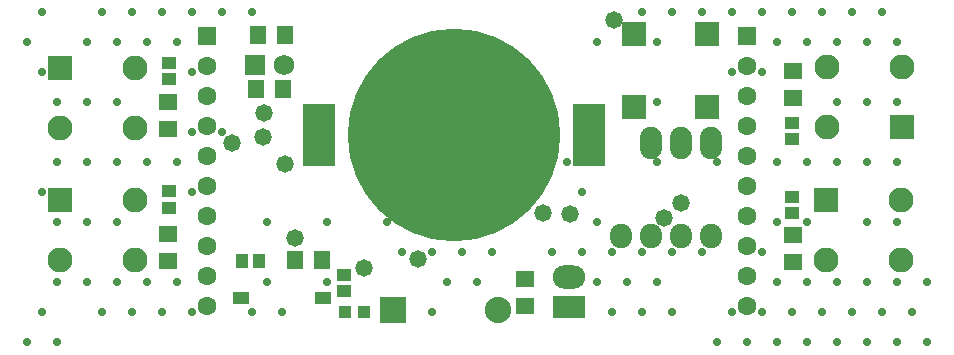
<source format=gts>
G04*
G04 #@! TF.GenerationSoftware,Altium Limited,Altium Designer,23.2.1 (34)*
G04*
G04 Layer_Color=8388736*
%FSLAX44Y44*%
%MOMM*%
G71*
G04*
G04 #@! TF.SameCoordinates,6051E094-9B17-4579-A263-E95DDA6BD904*
G04*
G04*
G04 #@! TF.FilePolarity,Negative*
G04*
G01*
G75*
%ADD27R,1.4732X1.6002*%
%ADD28R,2.7032X5.3032*%
%ADD29C,18.0032*%
%ADD30R,1.6002X1.4732*%
%ADD31R,2.0032X2.0032*%
%ADD32R,1.1532X1.0032*%
%ADD33R,1.4032X1.0032*%
%ADD34R,1.0032X1.1532*%
%ADD35R,1.0032X1.0032*%
%ADD36R,1.7272X1.7272*%
%ADD37C,1.7272*%
%ADD38C,2.2352*%
%ADD39R,2.2352X2.2352*%
%ADD40R,2.1082X2.1082*%
%ADD41C,2.1082*%
%ADD42O,1.8542X2.1082*%
%ADD43O,1.8796X2.7432*%
%ADD44R,1.6002X1.6002*%
%ADD45C,1.6002*%
%ADD46O,2.7432X1.9812*%
%ADD47R,2.7432X1.9812*%
%ADD48C,0.7032*%
%ADD49C,1.4732*%
D27*
X500380Y564642D02*
D03*
X523240D02*
D03*
X498856Y518922D02*
D03*
X521716D02*
D03*
X554736Y374142D02*
D03*
X531876D02*
D03*
D28*
X551796Y480568D02*
D03*
X780796D02*
D03*
D29*
X666296D02*
D03*
D30*
X953262Y512064D02*
D03*
Y534924D02*
D03*
X424180Y485140D02*
D03*
Y508000D02*
D03*
X953262Y395986D02*
D03*
Y373126D02*
D03*
X726567Y358140D02*
D03*
Y335280D02*
D03*
X424688Y396748D02*
D03*
Y373888D02*
D03*
D31*
X880380Y565928D02*
D03*
Y504428D02*
D03*
X818880D02*
D03*
Y565928D02*
D03*
D32*
X952500Y414274D02*
D03*
Y428274D02*
D03*
Y490616D02*
D03*
Y476616D02*
D03*
X424942Y418704D02*
D03*
Y432704D02*
D03*
Y527670D02*
D03*
Y541670D02*
D03*
X573278Y347920D02*
D03*
Y361920D02*
D03*
D33*
X555700Y342646D02*
D03*
X485700D02*
D03*
D34*
X501030Y373888D02*
D03*
X487030D02*
D03*
D35*
X590042Y330454D02*
D03*
X574042D02*
D03*
D36*
X498085Y539549D02*
D03*
D37*
X522531D02*
D03*
D38*
X704088Y332613D02*
D03*
D39*
X615188D02*
D03*
D40*
X332740Y537464D02*
D03*
Y425704D02*
D03*
X981202D02*
D03*
X1045464Y487426D02*
D03*
D41*
X396240Y486664D02*
D03*
Y537464D02*
D03*
X332740Y486664D02*
D03*
Y374904D02*
D03*
X396240Y425704D02*
D03*
Y374904D02*
D03*
X1044702D02*
D03*
Y425704D02*
D03*
X981202Y374904D02*
D03*
X1045464Y538226D02*
D03*
X981964Y487426D02*
D03*
Y538226D02*
D03*
D42*
X807974Y395224D02*
D03*
X833628D02*
D03*
X858520D02*
D03*
X884174D02*
D03*
D43*
X832866Y473456D02*
D03*
X858266D02*
D03*
X883666D02*
D03*
D44*
X457200Y563880D02*
D03*
X914400D02*
D03*
D45*
X457200Y538480D02*
D03*
Y513080D02*
D03*
Y487680D02*
D03*
Y462280D02*
D03*
Y436880D02*
D03*
Y411480D02*
D03*
Y386080D02*
D03*
Y360680D02*
D03*
Y335280D02*
D03*
X914400D02*
D03*
Y360680D02*
D03*
Y386080D02*
D03*
Y411480D02*
D03*
Y436880D02*
D03*
Y462280D02*
D03*
Y487680D02*
D03*
Y513080D02*
D03*
Y538480D02*
D03*
D46*
X764032Y360045D02*
D03*
D47*
Y334645D02*
D03*
D48*
X1066800Y355600D02*
D03*
Y304800D02*
D03*
X1041400Y558800D02*
D03*
Y508000D02*
D03*
Y457200D02*
D03*
Y406400D02*
D03*
Y355600D02*
D03*
X1054100Y330200D02*
D03*
X1041400Y304800D02*
D03*
X1028700Y584200D02*
D03*
X1016000Y558800D02*
D03*
Y508000D02*
D03*
Y457200D02*
D03*
Y406400D02*
D03*
Y355600D02*
D03*
X1028700Y330200D02*
D03*
X1016000Y304800D02*
D03*
X1003300Y584200D02*
D03*
X990600Y558800D02*
D03*
Y508000D02*
D03*
Y457200D02*
D03*
Y355600D02*
D03*
X1003300Y330200D02*
D03*
X990600Y304800D02*
D03*
X977900Y584200D02*
D03*
X965200Y558800D02*
D03*
Y457200D02*
D03*
Y406400D02*
D03*
Y355600D02*
D03*
X977900Y330200D02*
D03*
X965200Y304800D02*
D03*
X952500Y584200D02*
D03*
X939800Y558800D02*
D03*
Y457200D02*
D03*
Y406400D02*
D03*
Y355600D02*
D03*
X952500Y330200D02*
D03*
X939800Y304800D02*
D03*
X927100Y584200D02*
D03*
Y533400D02*
D03*
Y381000D02*
D03*
Y330200D02*
D03*
X914400Y304800D02*
D03*
X901700Y584200D02*
D03*
Y533400D02*
D03*
X889000Y457200D02*
D03*
X901700Y330200D02*
D03*
X889000Y304800D02*
D03*
X876300Y584200D02*
D03*
Y381000D02*
D03*
X850900Y584200D02*
D03*
X838200Y558800D02*
D03*
Y508000D02*
D03*
Y457200D02*
D03*
X850900Y381000D02*
D03*
X838200Y355600D02*
D03*
X850900Y330200D02*
D03*
X825500Y584200D02*
D03*
Y381000D02*
D03*
X812800Y355600D02*
D03*
X825500Y330200D02*
D03*
X787400Y558800D02*
D03*
Y406400D02*
D03*
X800100Y381000D02*
D03*
X787400Y355600D02*
D03*
X800100Y330200D02*
D03*
X762000Y457200D02*
D03*
X774700Y431800D02*
D03*
Y381000D02*
D03*
X749300D02*
D03*
X698500D02*
D03*
X685800Y355600D02*
D03*
X673100Y381000D02*
D03*
X660400Y355600D02*
D03*
X647700Y381000D02*
D03*
Y330200D02*
D03*
X609600Y406400D02*
D03*
X622300Y381000D02*
D03*
X558800Y406400D02*
D03*
Y355600D02*
D03*
X508000Y406400D02*
D03*
Y355600D02*
D03*
X520700Y330200D02*
D03*
X495300Y584200D02*
D03*
Y330200D02*
D03*
X469900Y584200D02*
D03*
Y482600D02*
D03*
X444500Y584200D02*
D03*
X431800Y558800D02*
D03*
X444500Y533400D02*
D03*
Y482600D02*
D03*
X431800Y457200D02*
D03*
X444500Y431800D02*
D03*
X431800Y355600D02*
D03*
X444500Y330200D02*
D03*
X419100Y584200D02*
D03*
X406400Y558800D02*
D03*
Y457200D02*
D03*
Y355600D02*
D03*
X419100Y330200D02*
D03*
X393700Y584200D02*
D03*
X381000Y558800D02*
D03*
Y508000D02*
D03*
Y457200D02*
D03*
Y406400D02*
D03*
Y355600D02*
D03*
X393700Y330200D02*
D03*
X368300Y584200D02*
D03*
X355600Y558800D02*
D03*
Y508000D02*
D03*
Y457200D02*
D03*
Y406400D02*
D03*
Y355600D02*
D03*
X368300Y330200D02*
D03*
X330200Y508000D02*
D03*
Y457200D02*
D03*
Y406400D02*
D03*
Y355600D02*
D03*
Y304800D02*
D03*
X317500Y584200D02*
D03*
X304800Y558800D02*
D03*
X317500Y533400D02*
D03*
Y431800D02*
D03*
Y330200D02*
D03*
X304800Y304800D02*
D03*
D49*
X764540Y413769D02*
D03*
X635635Y375285D02*
D03*
X741934Y414274D02*
D03*
X523113Y455422D02*
D03*
X504952Y479044D02*
D03*
X590296Y367538D02*
D03*
X801928Y577579D02*
D03*
X531876Y393192D02*
D03*
X478790Y473202D02*
D03*
X505206Y499364D02*
D03*
X844296Y409956D02*
D03*
X858520Y422402D02*
D03*
M02*

</source>
